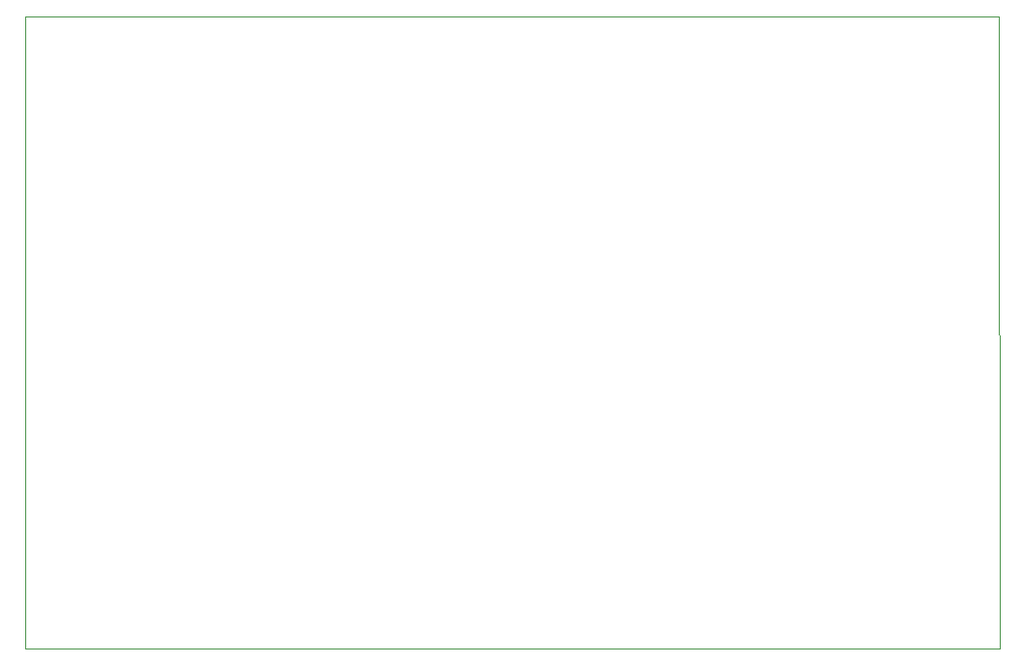
<source format=gbr>
%TF.GenerationSoftware,KiCad,Pcbnew,7.0.0*%
%TF.CreationDate,2023-03-27T16:14:09-06:00*%
%TF.ProjectId,FPGA_2,46504741-5f32-42e6-9b69-6361645f7063,rev?*%
%TF.SameCoordinates,Original*%
%TF.FileFunction,Profile,NP*%
%FSLAX46Y46*%
G04 Gerber Fmt 4.6, Leading zero omitted, Abs format (unit mm)*
G04 Created by KiCad (PCBNEW 7.0.0) date 2023-03-27 16:14:09*
%MOMM*%
%LPD*%
G01*
G04 APERTURE LIST*
%TA.AperFunction,Profile*%
%ADD10C,0.100000*%
%TD*%
G04 APERTURE END LIST*
D10*
X52675552Y-153250000D02*
X137775552Y-153250000D01*
X52675552Y-98050000D02*
X52675552Y-153250000D01*
X137675552Y-98050000D02*
X52675552Y-98050000D01*
X137775552Y-153250000D02*
X137675552Y-98050000D01*
M02*

</source>
